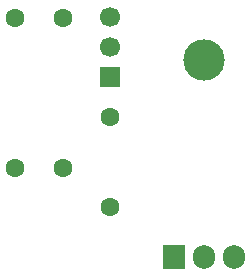
<source format=gbr>
%TF.GenerationSoftware,KiCad,Pcbnew,9.0.2*%
%TF.CreationDate,2025-06-02T21:33:08+02:00*%
%TF.ProjectId,transmitter_board,7472616e-736d-4697-9474-65725f626f61,rev?*%
%TF.SameCoordinates,Original*%
%TF.FileFunction,Soldermask,Bot*%
%TF.FilePolarity,Negative*%
%FSLAX46Y46*%
G04 Gerber Fmt 4.6, Leading zero omitted, Abs format (unit mm)*
G04 Created by KiCad (PCBNEW 9.0.2) date 2025-06-02 21:33:08*
%MOMM*%
%LPD*%
G01*
G04 APERTURE LIST*
%ADD10C,1.600000*%
%ADD11C,3.500000*%
%ADD12R,1.905000X2.000000*%
%ADD13O,1.905000X2.000000*%
%ADD14R,1.700000X1.700000*%
%ADD15C,1.700000*%
G04 APERTURE END LIST*
D10*
%TO.C,R3*%
X51000000Y-28380000D03*
X51000000Y-36000000D03*
%TD*%
%TO.C,R2*%
X47000000Y-20000000D03*
X47000000Y-32700000D03*
%TD*%
%TO.C,R1*%
X43000000Y-20000000D03*
X43000000Y-32700000D03*
%TD*%
D11*
%TO.C,Q1*%
X59000000Y-23570000D03*
D12*
X56460000Y-40230000D03*
D13*
X59000000Y-40230000D03*
X61540000Y-40230000D03*
%TD*%
D14*
%TO.C,J1*%
X51000000Y-25000000D03*
D15*
X51000000Y-22460000D03*
X51000000Y-19920000D03*
%TD*%
M02*

</source>
